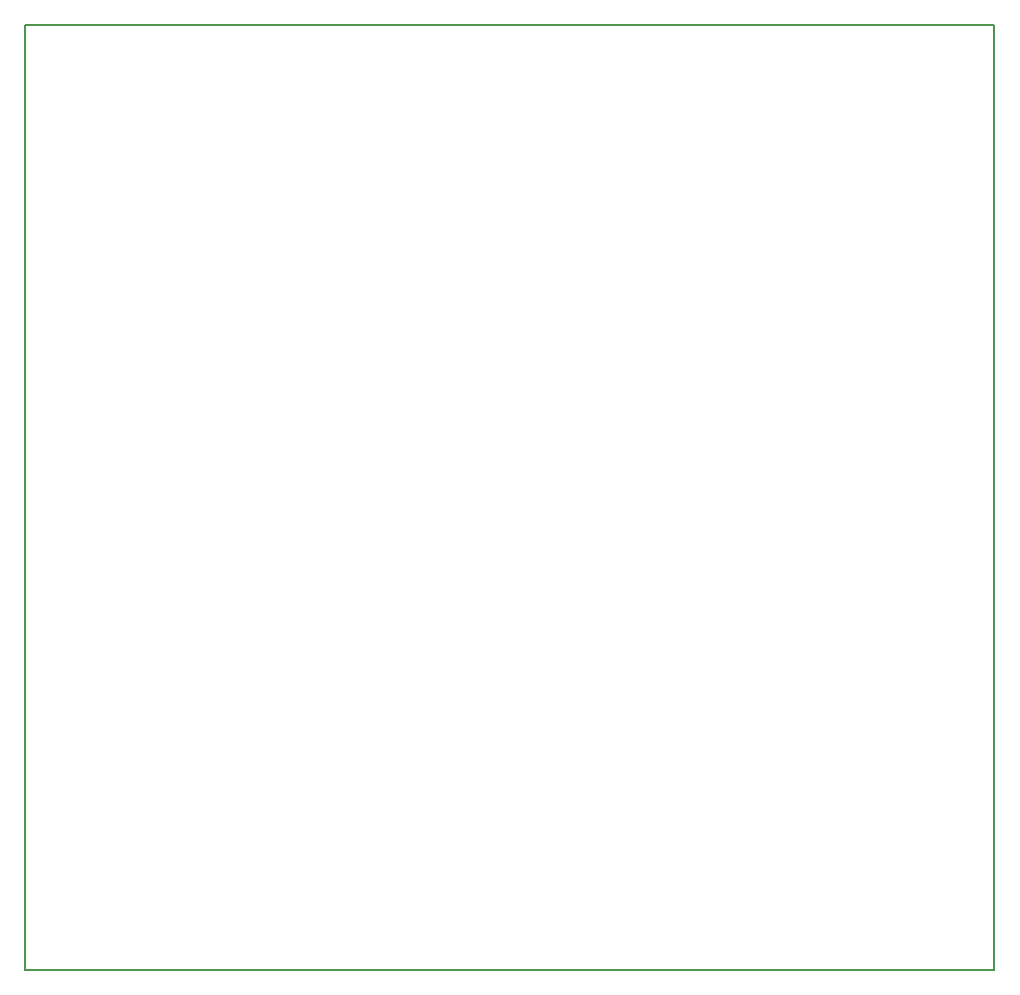
<source format=gbr>
G04 #@! TF.GenerationSoftware,KiCad,Pcbnew,(2017-06-12 revision 8590a2299)-makepkg*
G04 #@! TF.CreationDate,2017-06-16T20:28:46+02:00*
G04 #@! TF.ProjectId,phloggerV2,70686C6F6767657256322E6B69636164,C*
G04 #@! TF.FileFunction,Profile,NP*
%FSLAX46Y46*%
G04 Gerber Fmt 4.6, Leading zero omitted, Abs format (unit mm)*
G04 Created by KiCad (PCBNEW (2017-06-12 revision 8590a2299)-makepkg) date 06/16/17 20:28:46*
%MOMM*%
%LPD*%
G01*
G04 APERTURE LIST*
%ADD10C,0.100000*%
%ADD11C,0.200000*%
G04 APERTURE END LIST*
D10*
D11*
X0Y0D02*
X0Y80010000D01*
X82042000Y0D02*
X0Y0D01*
X82042000Y80010000D02*
X82042000Y0D01*
X0Y80010000D02*
X82042000Y80010000D01*
M02*

</source>
